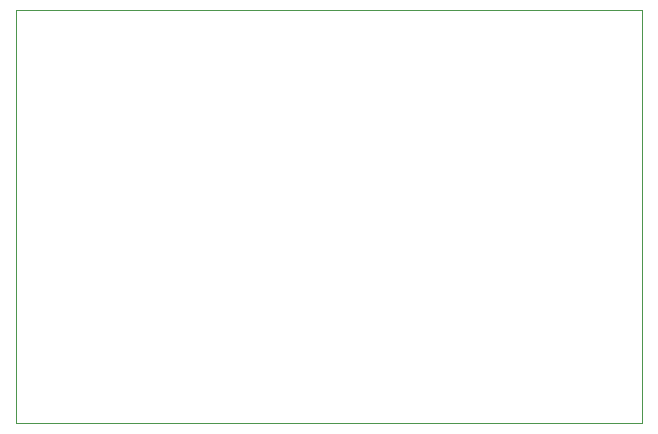
<source format=gbr>
G04 #@! TF.GenerationSoftware,KiCad,Pcbnew,(5.1.5)-3*
G04 #@! TF.CreationDate,2021-05-08T16:42:12+02:00*
G04 #@! TF.ProjectId,probador-servomotores,70726f62-6164-46f7-922d-736572766f6d,rev?*
G04 #@! TF.SameCoordinates,Original*
G04 #@! TF.FileFunction,Profile,NP*
%FSLAX46Y46*%
G04 Gerber Fmt 4.6, Leading zero omitted, Abs format (unit mm)*
G04 Created by KiCad (PCBNEW (5.1.5)-3) date 2021-05-08 16:42:12*
%MOMM*%
%LPD*%
G04 APERTURE LIST*
%ADD10C,0.050000*%
G04 APERTURE END LIST*
D10*
X126600000Y-70800000D02*
X126600000Y-35800000D01*
X179600000Y-35800000D02*
X179600000Y-70800000D01*
X126600000Y-35800000D02*
X179600000Y-35800000D01*
X179600000Y-70800000D02*
X126600000Y-70800000D01*
M02*

</source>
